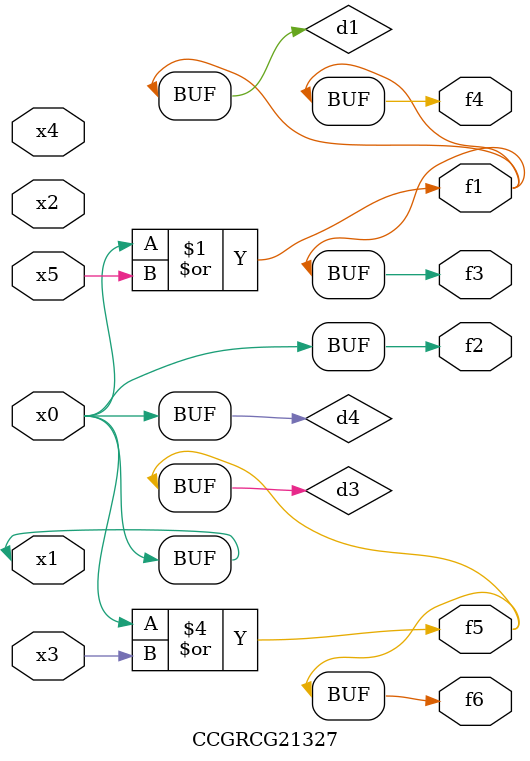
<source format=v>
module CCGRCG21327(
	input x0, x1, x2, x3, x4, x5,
	output f1, f2, f3, f4, f5, f6
);

	wire d1, d2, d3, d4;

	or (d1, x0, x5);
	xnor (d2, x1, x4);
	or (d3, x0, x3);
	buf (d4, x0, x1);
	assign f1 = d1;
	assign f2 = d4;
	assign f3 = d1;
	assign f4 = d1;
	assign f5 = d3;
	assign f6 = d3;
endmodule

</source>
